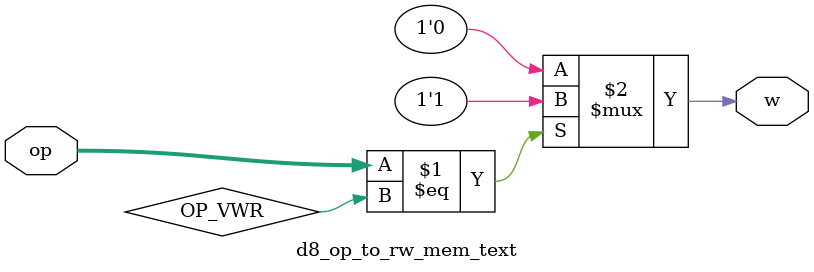
<source format=v>
/*
Copyright (C) 2012 Carla Sauvanaud
Copyright (C) 2012, 2016  Benoît Morgan

This file is part of dumb8.

dumb8 is free software: you can redistribute it and/or modify
it under the terms of the GNU General Public License as published by
the Free Software Foundation, either version 3 of the License, or
(at your option) any later version.

dumb8 is distributed in the hope that it will be useful,
but WITHOUT ANY WARRANTY; without even the implied warranty of
MERCHANTABILITY or FITNESS FOR A PARTICULAR PURPOSE.  See the
GNU General Public License for more details.

You should have received a copy of the GNU General Public License
along with dumb8.  If not, see <http://www.gnu.org/licenses/>.
*/

module d8_op_to_rw_mem_text (
  input [7:0] op,
  output w
);

`include "d8.vh"

assign w = (op == OP_VWR) ? 1'b1 : 1'b0;

endmodule

</source>
